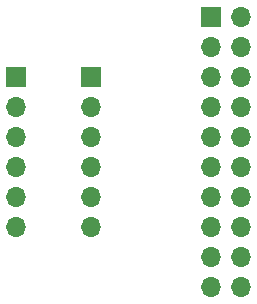
<source format=gts>
%TF.GenerationSoftware,KiCad,Pcbnew,5.1.10-1.fc32*%
%TF.CreationDate,2021-08-09T17:47:35+02:00*%
%TF.ProjectId,stlink_dongle,73746c69-6e6b-45f6-946f-6e676c652e6b,rev?*%
%TF.SameCoordinates,Original*%
%TF.FileFunction,Soldermask,Top*%
%TF.FilePolarity,Negative*%
%FSLAX46Y46*%
G04 Gerber Fmt 4.6, Leading zero omitted, Abs format (unit mm)*
G04 Created by KiCad (PCBNEW 5.1.10-1.fc32) date 2021-08-09 17:47:35*
%MOMM*%
%LPD*%
G01*
G04 APERTURE LIST*
%ADD10R,1.700000X1.700000*%
%ADD11O,1.700000X1.700000*%
G04 APERTURE END LIST*
D10*
%TO.C,J1*%
X190500000Y-81280000D03*
D11*
X190500000Y-83820000D03*
X190500000Y-86360000D03*
X190500000Y-88900000D03*
X190500000Y-91440000D03*
X190500000Y-93980000D03*
%TD*%
D10*
%TO.C,J2*%
X196850000Y-81280000D03*
D11*
X196850000Y-83820000D03*
X196850000Y-86360000D03*
X196850000Y-88900000D03*
X196850000Y-91440000D03*
X196850000Y-93980000D03*
%TD*%
D10*
%TO.C,J3*%
X207010000Y-76200000D03*
D11*
X209550000Y-76200000D03*
X207010000Y-78740000D03*
X209550000Y-78740000D03*
X207010000Y-81280000D03*
X209550000Y-81280000D03*
X207010000Y-83820000D03*
X209550000Y-83820000D03*
X207010000Y-86360000D03*
X209550000Y-86360000D03*
X207010000Y-88900000D03*
X209550000Y-88900000D03*
X207010000Y-91440000D03*
X209550000Y-91440000D03*
X207010000Y-93980000D03*
X209550000Y-93980000D03*
X207010000Y-96520000D03*
X209550000Y-96520000D03*
X207010000Y-99060000D03*
X209550000Y-99060000D03*
%TD*%
M02*

</source>
